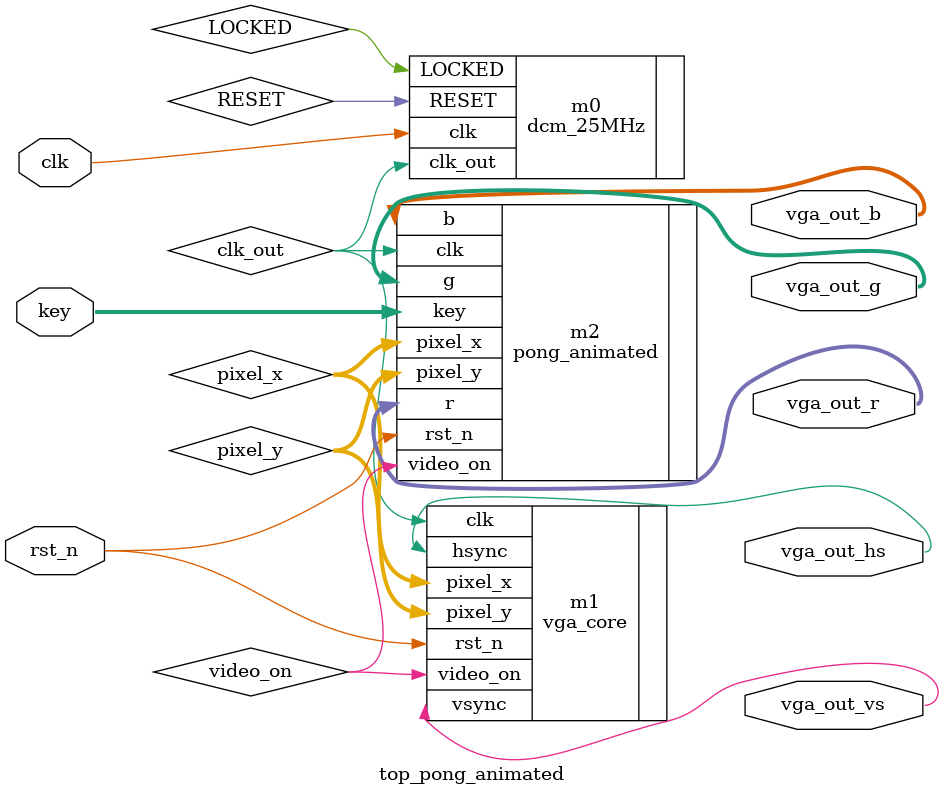
<source format=v>
`timescale 1ns / 1ps
module top_pong_animated
	(
		input clk, rst_n,
		input[1:0] key, //key[1] to move down,key[0] to move up
		output[4:0] vga_out_r,
		output[5:0] vga_out_g,
		output[4:0] vga_out_b,
		output vga_out_vs,vga_out_hs
    );
	 
	wire clk_out;
	wire video_on;
	wire[11:0] pixel_x,pixel_y;
	dcm_25MHz m0
   (// Clock in ports
		 .clk(clk),      // IN
		 // Clock out ports
		 .clk_out(clk_out),     // OUT
		 // Status and control signals
		 .RESET(RESET),// IN
		 .LOCKED(LOCKED)
	 );
	 
	 vga_core m1  //clock must be 25MHz for 640x480 
	(
		.clk(clk_out),
		.rst_n(rst_n), 
		.hsync(vga_out_hs),
		.vsync(vga_out_vs),
		.video_on(video_on),
		.pixel_x(pixel_x),
		.pixel_y(pixel_y)
    );
	 
	 pong_animated m2 //classic pong game but with breakable "bricks" rather than wall
	 (
		.clk(clk_out),
		.rst_n(rst_n),
		.key(key),
		.video_on(video_on),
		.pixel_x(pixel_x),
		.pixel_y(pixel_y),
		.r(vga_out_r),
		.g(vga_out_g),
		.b(vga_out_b)
    );	
	 
	 
	 
endmodule 

</source>
